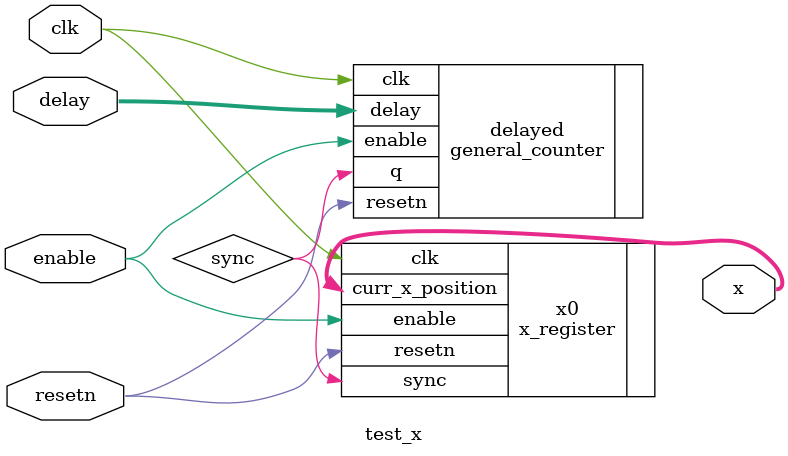
<source format=v>
module test_x(
    input clk,
    input resetn,
    input enable,
    input [25:0] delay,

    output [7:0] x
    );

    wire sync;

    general_counter delayed(
        .clk(clk),
	    .resetn(resetn),
	    .enable(enable),
	    .delay(delay),
	    .q(sync)
    );

    x_register x0(
        .clk(clk),
        .sync(sync),
        .resetn(resetn),
        .enable(enable),
        .curr_x_position(x)
    );

endmodule
</source>
